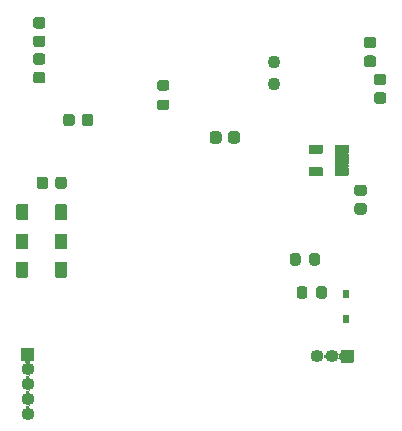
<source format=gbr>
G04 #@! TF.GenerationSoftware,KiCad,Pcbnew,5.1.8-1.fc33*
G04 #@! TF.CreationDate,2020-12-23T22:24:45+01:00*
G04 #@! TF.ProjectId,venom,76656e6f-6d2e-46b6-9963-61645f706362,rev?*
G04 #@! TF.SameCoordinates,Original*
G04 #@! TF.FileFunction,Soldermask,Bot*
G04 #@! TF.FilePolarity,Negative*
%FSLAX46Y46*%
G04 Gerber Fmt 4.6, Leading zero omitted, Abs format (unit mm)*
G04 Created by KiCad (PCBNEW 5.1.8-1.fc33) date 2020-12-23 22:24:45*
%MOMM*%
%LPD*%
G01*
G04 APERTURE LIST*
%ADD10C,1.102000*%
%ADD11O,1.102000X1.102000*%
%ADD12C,0.100000*%
G04 APERTURE END LIST*
D10*
X167894000Y-109728000D03*
X167894000Y-107828000D03*
G36*
G01*
X147774000Y-118361750D02*
X147774000Y-117798250D01*
G75*
G02*
X148018250Y-117554000I244250J0D01*
G01*
X148506750Y-117554000D01*
G75*
G02*
X148751000Y-117798250I0J-244250D01*
G01*
X148751000Y-118361750D01*
G75*
G02*
X148506750Y-118606000I-244250J0D01*
G01*
X148018250Y-118606000D01*
G75*
G02*
X147774000Y-118361750I0J244250D01*
G01*
G37*
G36*
G01*
X149349000Y-118361750D02*
X149349000Y-117798250D01*
G75*
G02*
X149593250Y-117554000I244250J0D01*
G01*
X150081750Y-117554000D01*
G75*
G02*
X150326000Y-117798250I0J-244250D01*
G01*
X150326000Y-118361750D01*
G75*
G02*
X150081750Y-118606000I-244250J0D01*
G01*
X149593250Y-118606000D01*
G75*
G02*
X149349000Y-118361750I0J244250D01*
G01*
G37*
G36*
G01*
X146039000Y-123670000D02*
X146039000Y-122470000D01*
G75*
G02*
X146090000Y-122419000I51000J0D01*
G01*
X146990000Y-122419000D01*
G75*
G02*
X147041000Y-122470000I0J-51000D01*
G01*
X147041000Y-123670000D01*
G75*
G02*
X146990000Y-123721000I-51000J0D01*
G01*
X146090000Y-123721000D01*
G75*
G02*
X146039000Y-123670000I0J51000D01*
G01*
G37*
G36*
G01*
X149339000Y-123670000D02*
X149339000Y-122470000D01*
G75*
G02*
X149390000Y-122419000I51000J0D01*
G01*
X150290000Y-122419000D01*
G75*
G02*
X150341000Y-122470000I0J-51000D01*
G01*
X150341000Y-123670000D01*
G75*
G02*
X150290000Y-123721000I-51000J0D01*
G01*
X149390000Y-123721000D01*
G75*
G02*
X149339000Y-123670000I0J51000D01*
G01*
G37*
G36*
G01*
X147041000Y-124850000D02*
X147041000Y-126050000D01*
G75*
G02*
X146990000Y-126101000I-51000J0D01*
G01*
X146090000Y-126101000D01*
G75*
G02*
X146039000Y-126050000I0J51000D01*
G01*
X146039000Y-124850000D01*
G75*
G02*
X146090000Y-124799000I51000J0D01*
G01*
X146990000Y-124799000D01*
G75*
G02*
X147041000Y-124850000I0J-51000D01*
G01*
G37*
G36*
G01*
X150341000Y-124850000D02*
X150341000Y-126050000D01*
G75*
G02*
X150290000Y-126101000I-51000J0D01*
G01*
X149390000Y-126101000D01*
G75*
G02*
X149339000Y-126050000I0J51000D01*
G01*
X149339000Y-124850000D01*
G75*
G02*
X149390000Y-124799000I51000J0D01*
G01*
X150290000Y-124799000D01*
G75*
G02*
X150341000Y-124850000I0J-51000D01*
G01*
G37*
G36*
G01*
X146049000Y-121160000D02*
X146049000Y-119960000D01*
G75*
G02*
X146100000Y-119909000I51000J0D01*
G01*
X147000000Y-119909000D01*
G75*
G02*
X147051000Y-119960000I0J-51000D01*
G01*
X147051000Y-121160000D01*
G75*
G02*
X147000000Y-121211000I-51000J0D01*
G01*
X146100000Y-121211000D01*
G75*
G02*
X146049000Y-121160000I0J51000D01*
G01*
G37*
G36*
G01*
X149349000Y-121160000D02*
X149349000Y-119960000D01*
G75*
G02*
X149400000Y-119909000I51000J0D01*
G01*
X150300000Y-119909000D01*
G75*
G02*
X150351000Y-119960000I0J-51000D01*
G01*
X150351000Y-121160000D01*
G75*
G02*
X150300000Y-121211000I-51000J0D01*
G01*
X149400000Y-121211000D01*
G75*
G02*
X149349000Y-121160000I0J51000D01*
G01*
G37*
G36*
G01*
X147718250Y-105619000D02*
X148281750Y-105619000D01*
G75*
G02*
X148526000Y-105863250I0J-244250D01*
G01*
X148526000Y-106351750D01*
G75*
G02*
X148281750Y-106596000I-244250J0D01*
G01*
X147718250Y-106596000D01*
G75*
G02*
X147474000Y-106351750I0J244250D01*
G01*
X147474000Y-105863250D01*
G75*
G02*
X147718250Y-105619000I244250J0D01*
G01*
G37*
G36*
G01*
X147718250Y-104044000D02*
X148281750Y-104044000D01*
G75*
G02*
X148526000Y-104288250I0J-244250D01*
G01*
X148526000Y-104776750D01*
G75*
G02*
X148281750Y-105021000I-244250J0D01*
G01*
X147718250Y-105021000D01*
G75*
G02*
X147474000Y-104776750I0J244250D01*
G01*
X147474000Y-104288250D01*
G75*
G02*
X147718250Y-104044000I244250J0D01*
G01*
G37*
G36*
G01*
X147718250Y-107104000D02*
X148281750Y-107104000D01*
G75*
G02*
X148526000Y-107348250I0J-244250D01*
G01*
X148526000Y-107836750D01*
G75*
G02*
X148281750Y-108081000I-244250J0D01*
G01*
X147718250Y-108081000D01*
G75*
G02*
X147474000Y-107836750I0J244250D01*
G01*
X147474000Y-107348250D01*
G75*
G02*
X147718250Y-107104000I244250J0D01*
G01*
G37*
G36*
G01*
X147718250Y-108679000D02*
X148281750Y-108679000D01*
G75*
G02*
X148526000Y-108923250I0J-244250D01*
G01*
X148526000Y-109411750D01*
G75*
G02*
X148281750Y-109656000I-244250J0D01*
G01*
X147718250Y-109656000D01*
G75*
G02*
X147474000Y-109411750I0J244250D01*
G01*
X147474000Y-108923250D01*
G75*
G02*
X147718250Y-108679000I244250J0D01*
G01*
G37*
G36*
G01*
X176578250Y-110419000D02*
X177141750Y-110419000D01*
G75*
G02*
X177386000Y-110663250I0J-244250D01*
G01*
X177386000Y-111151750D01*
G75*
G02*
X177141750Y-111396000I-244250J0D01*
G01*
X176578250Y-111396000D01*
G75*
G02*
X176334000Y-111151750I0J244250D01*
G01*
X176334000Y-110663250D01*
G75*
G02*
X176578250Y-110419000I244250J0D01*
G01*
G37*
G36*
G01*
X176578250Y-108844000D02*
X177141750Y-108844000D01*
G75*
G02*
X177386000Y-109088250I0J-244250D01*
G01*
X177386000Y-109576750D01*
G75*
G02*
X177141750Y-109821000I-244250J0D01*
G01*
X176578250Y-109821000D01*
G75*
G02*
X176334000Y-109576750I0J244250D01*
G01*
X176334000Y-109088250D01*
G75*
G02*
X176578250Y-108844000I244250J0D01*
G01*
G37*
G36*
G01*
X174918250Y-118224000D02*
X175481750Y-118224000D01*
G75*
G02*
X175726000Y-118468250I0J-244250D01*
G01*
X175726000Y-118956750D01*
G75*
G02*
X175481750Y-119201000I-244250J0D01*
G01*
X174918250Y-119201000D01*
G75*
G02*
X174674000Y-118956750I0J244250D01*
G01*
X174674000Y-118468250D01*
G75*
G02*
X174918250Y-118224000I244250J0D01*
G01*
G37*
G36*
G01*
X174918250Y-119799000D02*
X175481750Y-119799000D01*
G75*
G02*
X175726000Y-120043250I0J-244250D01*
G01*
X175726000Y-120531750D01*
G75*
G02*
X175481750Y-120776000I-244250J0D01*
G01*
X174918250Y-120776000D01*
G75*
G02*
X174674000Y-120531750I0J244250D01*
G01*
X174674000Y-120043250D01*
G75*
G02*
X174918250Y-119799000I244250J0D01*
G01*
G37*
G36*
G01*
X176281750Y-108276000D02*
X175718250Y-108276000D01*
G75*
G02*
X175474000Y-108031750I0J244250D01*
G01*
X175474000Y-107543250D01*
G75*
G02*
X175718250Y-107299000I244250J0D01*
G01*
X176281750Y-107299000D01*
G75*
G02*
X176526000Y-107543250I0J-244250D01*
G01*
X176526000Y-108031750D01*
G75*
G02*
X176281750Y-108276000I-244250J0D01*
G01*
G37*
G36*
G01*
X176281750Y-106701000D02*
X175718250Y-106701000D01*
G75*
G02*
X175474000Y-106456750I0J244250D01*
G01*
X175474000Y-105968250D01*
G75*
G02*
X175718250Y-105724000I244250J0D01*
G01*
X176281750Y-105724000D01*
G75*
G02*
X176526000Y-105968250I0J-244250D01*
G01*
X176526000Y-106456750D01*
G75*
G02*
X176281750Y-106701000I-244250J0D01*
G01*
G37*
G36*
G01*
X152566000Y-112478250D02*
X152566000Y-113041750D01*
G75*
G02*
X152321750Y-113286000I-244250J0D01*
G01*
X151833250Y-113286000D01*
G75*
G02*
X151589000Y-113041750I0J244250D01*
G01*
X151589000Y-112478250D01*
G75*
G02*
X151833250Y-112234000I244250J0D01*
G01*
X152321750Y-112234000D01*
G75*
G02*
X152566000Y-112478250I0J-244250D01*
G01*
G37*
G36*
G01*
X150991000Y-112478250D02*
X150991000Y-113041750D01*
G75*
G02*
X150746750Y-113286000I-244250J0D01*
G01*
X150258250Y-113286000D01*
G75*
G02*
X150014000Y-113041750I0J244250D01*
G01*
X150014000Y-112478250D01*
G75*
G02*
X150258250Y-112234000I244250J0D01*
G01*
X150746750Y-112234000D01*
G75*
G02*
X150991000Y-112478250I0J-244250D01*
G01*
G37*
G36*
G01*
X146461660Y-133093080D02*
X146461660Y-132093080D01*
G75*
G02*
X146512660Y-132042080I51000J0D01*
G01*
X147512660Y-132042080D01*
G75*
G02*
X147563660Y-132093080I0J-51000D01*
G01*
X147563660Y-133093080D01*
G75*
G02*
X147512660Y-133144080I-51000J0D01*
G01*
X146512660Y-133144080D01*
G75*
G02*
X146461660Y-133093080I0J51000D01*
G01*
G37*
D11*
X147012660Y-133863080D03*
X147012660Y-135133080D03*
X147012660Y-136403080D03*
X147012660Y-137673080D03*
G36*
G01*
X162434620Y-114514540D02*
X162434620Y-113963540D01*
G75*
G02*
X162685120Y-113713040I250500J0D01*
G01*
X163186120Y-113713040D01*
G75*
G02*
X163436620Y-113963540I0J-250500D01*
G01*
X163436620Y-114514540D01*
G75*
G02*
X163186120Y-114765040I-250500J0D01*
G01*
X162685120Y-114765040D01*
G75*
G02*
X162434620Y-114514540I0J250500D01*
G01*
G37*
G36*
G01*
X163984620Y-114514540D02*
X163984620Y-113963540D01*
G75*
G02*
X164235120Y-113713040I250500J0D01*
G01*
X164736120Y-113713040D01*
G75*
G02*
X164986620Y-113963540I0J-250500D01*
G01*
X164986620Y-114514540D01*
G75*
G02*
X164736120Y-114765040I-250500J0D01*
G01*
X164235120Y-114765040D01*
G75*
G02*
X163984620Y-114514540I0J250500D01*
G01*
G37*
G36*
G01*
X173757380Y-127140780D02*
X174207380Y-127140780D01*
G75*
G02*
X174258380Y-127191780I0J-51000D01*
G01*
X174258380Y-127791780D01*
G75*
G02*
X174207380Y-127842780I-51000J0D01*
G01*
X173757380Y-127842780D01*
G75*
G02*
X173706380Y-127791780I0J51000D01*
G01*
X173706380Y-127191780D01*
G75*
G02*
X173757380Y-127140780I51000J0D01*
G01*
G37*
G36*
G01*
X173757380Y-129240780D02*
X174207380Y-129240780D01*
G75*
G02*
X174258380Y-129291780I0J-51000D01*
G01*
X174258380Y-129891780D01*
G75*
G02*
X174207380Y-129942780I-51000J0D01*
G01*
X173757380Y-129942780D01*
G75*
G02*
X173706380Y-129891780I0J51000D01*
G01*
X173706380Y-129291780D01*
G75*
G02*
X173757380Y-129240780I51000J0D01*
G01*
G37*
G36*
G01*
X170705160Y-127062720D02*
X170705160Y-127663720D01*
G75*
G02*
X170479660Y-127889220I-225500J0D01*
G01*
X170028660Y-127889220D01*
G75*
G02*
X169803160Y-127663720I0J225500D01*
G01*
X169803160Y-127062720D01*
G75*
G02*
X170028660Y-126837220I225500J0D01*
G01*
X170479660Y-126837220D01*
G75*
G02*
X170705160Y-127062720I0J-225500D01*
G01*
G37*
G36*
G01*
X172355160Y-127062720D02*
X172355160Y-127663720D01*
G75*
G02*
X172129660Y-127889220I-225500J0D01*
G01*
X171678660Y-127889220D01*
G75*
G02*
X171453160Y-127663720I0J225500D01*
G01*
X171453160Y-127062720D01*
G75*
G02*
X171678660Y-126837220I225500J0D01*
G01*
X172129660Y-126837220D01*
G75*
G02*
X172355160Y-127062720I0J-225500D01*
G01*
G37*
G36*
G01*
X169218960Y-124859560D02*
X169218960Y-124258560D01*
G75*
G02*
X169444460Y-124033060I225500J0D01*
G01*
X169895460Y-124033060D01*
G75*
G02*
X170120960Y-124258560I0J-225500D01*
G01*
X170120960Y-124859560D01*
G75*
G02*
X169895460Y-125085060I-225500J0D01*
G01*
X169444460Y-125085060D01*
G75*
G02*
X169218960Y-124859560I0J225500D01*
G01*
G37*
G36*
G01*
X170868960Y-124859560D02*
X170868960Y-124258560D01*
G75*
G02*
X171094460Y-124033060I225500J0D01*
G01*
X171545460Y-124033060D01*
G75*
G02*
X171770960Y-124258560I0J-225500D01*
G01*
X171770960Y-124859560D01*
G75*
G02*
X171545460Y-125085060I-225500J0D01*
G01*
X171094460Y-125085060D01*
G75*
G02*
X170868960Y-124859560I0J225500D01*
G01*
G37*
G36*
G01*
X173568740Y-132219880D02*
X174568740Y-132219880D01*
G75*
G02*
X174619740Y-132270880I0J-51000D01*
G01*
X174619740Y-133270880D01*
G75*
G02*
X174568740Y-133321880I-51000J0D01*
G01*
X173568740Y-133321880D01*
G75*
G02*
X173517740Y-133270880I0J51000D01*
G01*
X173517740Y-132270880D01*
G75*
G02*
X173568740Y-132219880I51000J0D01*
G01*
G37*
X172798740Y-132770880D03*
X171528740Y-132770880D03*
G36*
G01*
X158195500Y-109376560D02*
X158796500Y-109376560D01*
G75*
G02*
X159022000Y-109602060I0J-225500D01*
G01*
X159022000Y-110053060D01*
G75*
G02*
X158796500Y-110278560I-225500J0D01*
G01*
X158195500Y-110278560D01*
G75*
G02*
X157970000Y-110053060I0J225500D01*
G01*
X157970000Y-109602060D01*
G75*
G02*
X158195500Y-109376560I225500J0D01*
G01*
G37*
G36*
G01*
X158195500Y-111026560D02*
X158796500Y-111026560D01*
G75*
G02*
X159022000Y-111252060I0J-225500D01*
G01*
X159022000Y-111703060D01*
G75*
G02*
X158796500Y-111928560I-225500J0D01*
G01*
X158195500Y-111928560D01*
G75*
G02*
X157970000Y-111703060I0J225500D01*
G01*
X157970000Y-111252060D01*
G75*
G02*
X158195500Y-111026560I225500J0D01*
G01*
G37*
G36*
G01*
X174190180Y-114902059D02*
X174190180Y-115552061D01*
G75*
G02*
X174139181Y-115603060I-50999J0D01*
G01*
X173079179Y-115603060D01*
G75*
G02*
X173028180Y-115552061I0J50999D01*
G01*
X173028180Y-114902059D01*
G75*
G02*
X173079179Y-114851060I50999J0D01*
G01*
X174139181Y-114851060D01*
G75*
G02*
X174190180Y-114902059I0J-50999D01*
G01*
G37*
G36*
G01*
X174190180Y-115852059D02*
X174190180Y-116502061D01*
G75*
G02*
X174139181Y-116553060I-50999J0D01*
G01*
X173079179Y-116553060D01*
G75*
G02*
X173028180Y-116502061I0J50999D01*
G01*
X173028180Y-115852059D01*
G75*
G02*
X173079179Y-115801060I50999J0D01*
G01*
X174139181Y-115801060D01*
G75*
G02*
X174190180Y-115852059I0J-50999D01*
G01*
G37*
G36*
G01*
X174190180Y-116802059D02*
X174190180Y-117452061D01*
G75*
G02*
X174139181Y-117503060I-50999J0D01*
G01*
X173079179Y-117503060D01*
G75*
G02*
X173028180Y-117452061I0J50999D01*
G01*
X173028180Y-116802059D01*
G75*
G02*
X173079179Y-116751060I50999J0D01*
G01*
X174139181Y-116751060D01*
G75*
G02*
X174190180Y-116802059I0J-50999D01*
G01*
G37*
G36*
G01*
X171990180Y-116802059D02*
X171990180Y-117452061D01*
G75*
G02*
X171939181Y-117503060I-50999J0D01*
G01*
X170879179Y-117503060D01*
G75*
G02*
X170828180Y-117452061I0J50999D01*
G01*
X170828180Y-116802059D01*
G75*
G02*
X170879179Y-116751060I50999J0D01*
G01*
X171939181Y-116751060D01*
G75*
G02*
X171990180Y-116802059I0J-50999D01*
G01*
G37*
G36*
G01*
X171990180Y-114902059D02*
X171990180Y-115552061D01*
G75*
G02*
X171939181Y-115603060I-50999J0D01*
G01*
X170879179Y-115603060D01*
G75*
G02*
X170828180Y-115552061I0J50999D01*
G01*
X170828180Y-114902059D01*
G75*
G02*
X170879179Y-114851060I50999J0D01*
G01*
X171939181Y-114851060D01*
G75*
G02*
X171990180Y-114902059I0J-50999D01*
G01*
G37*
D12*
G36*
X147185566Y-136923904D02*
G01*
X147186331Y-136925752D01*
X147185291Y-136927255D01*
X147169269Y-136935818D01*
X147150632Y-136951113D01*
X147135337Y-136969750D01*
X147123972Y-136991014D01*
X147116972Y-137014089D01*
X147114609Y-137038080D01*
X147116972Y-137062071D01*
X147123972Y-137085146D01*
X147135337Y-137106410D01*
X147150632Y-137125047D01*
X147169269Y-137140342D01*
X147185291Y-137148905D01*
X147186347Y-137150604D01*
X147185404Y-137152367D01*
X147183583Y-137152517D01*
X147172025Y-137147730D01*
X147066468Y-137126733D01*
X146958852Y-137126733D01*
X146853295Y-137147730D01*
X146841737Y-137152517D01*
X146839754Y-137152256D01*
X146838989Y-137150408D01*
X146840029Y-137148905D01*
X146856051Y-137140342D01*
X146874688Y-137125047D01*
X146889983Y-137106410D01*
X146901348Y-137085146D01*
X146908348Y-137062071D01*
X146910711Y-137038080D01*
X146908348Y-137014089D01*
X146901348Y-136991014D01*
X146889983Y-136969750D01*
X146874688Y-136951113D01*
X146856051Y-136935818D01*
X146840029Y-136927255D01*
X146838973Y-136925556D01*
X146839916Y-136923793D01*
X146841737Y-136923643D01*
X146853295Y-136928430D01*
X146958852Y-136949427D01*
X147066468Y-136949427D01*
X147172025Y-136928430D01*
X147183583Y-136923643D01*
X147185566Y-136923904D01*
G37*
G36*
X147185566Y-135653904D02*
G01*
X147186331Y-135655752D01*
X147185291Y-135657255D01*
X147169269Y-135665818D01*
X147150632Y-135681113D01*
X147135337Y-135699750D01*
X147123972Y-135721014D01*
X147116972Y-135744089D01*
X147114609Y-135768080D01*
X147116972Y-135792071D01*
X147123972Y-135815146D01*
X147135337Y-135836410D01*
X147150632Y-135855047D01*
X147169269Y-135870342D01*
X147185291Y-135878905D01*
X147186347Y-135880604D01*
X147185404Y-135882367D01*
X147183583Y-135882517D01*
X147172025Y-135877730D01*
X147066468Y-135856733D01*
X146958852Y-135856733D01*
X146853295Y-135877730D01*
X146841737Y-135882517D01*
X146839754Y-135882256D01*
X146838989Y-135880408D01*
X146840029Y-135878905D01*
X146856051Y-135870342D01*
X146874688Y-135855047D01*
X146889983Y-135836410D01*
X146901348Y-135815146D01*
X146908348Y-135792071D01*
X146910711Y-135768080D01*
X146908348Y-135744089D01*
X146901348Y-135721014D01*
X146889983Y-135699750D01*
X146874688Y-135681113D01*
X146856051Y-135665818D01*
X146840029Y-135657255D01*
X146838973Y-135655556D01*
X146839916Y-135653793D01*
X146841737Y-135653643D01*
X146853295Y-135658430D01*
X146958852Y-135679427D01*
X147066468Y-135679427D01*
X147172025Y-135658430D01*
X147183583Y-135653643D01*
X147185566Y-135653904D01*
G37*
G36*
X147185566Y-134383904D02*
G01*
X147186331Y-134385752D01*
X147185291Y-134387255D01*
X147169269Y-134395818D01*
X147150632Y-134411113D01*
X147135337Y-134429750D01*
X147123972Y-134451014D01*
X147116972Y-134474089D01*
X147114609Y-134498080D01*
X147116972Y-134522071D01*
X147123972Y-134545146D01*
X147135337Y-134566410D01*
X147150632Y-134585047D01*
X147169269Y-134600342D01*
X147185291Y-134608905D01*
X147186347Y-134610604D01*
X147185404Y-134612367D01*
X147183583Y-134612517D01*
X147172025Y-134607730D01*
X147066468Y-134586733D01*
X146958852Y-134586733D01*
X146853295Y-134607730D01*
X146841737Y-134612517D01*
X146839754Y-134612256D01*
X146838989Y-134610408D01*
X146840029Y-134608905D01*
X146856051Y-134600342D01*
X146874688Y-134585047D01*
X146889983Y-134566410D01*
X146901348Y-134545146D01*
X146908348Y-134522071D01*
X146910711Y-134498080D01*
X146908348Y-134474089D01*
X146901348Y-134451014D01*
X146889983Y-134429750D01*
X146874688Y-134411113D01*
X146856051Y-134395818D01*
X146840029Y-134387255D01*
X146838973Y-134385556D01*
X146839916Y-134383793D01*
X146841737Y-134383643D01*
X146853295Y-134388430D01*
X146958852Y-134409427D01*
X147066468Y-134409427D01*
X147172025Y-134388430D01*
X147183583Y-134383643D01*
X147185566Y-134383904D01*
G37*
G36*
X147336314Y-133143080D02*
G01*
X147336314Y-133145080D01*
X147334778Y-133146070D01*
X147310591Y-133148452D01*
X147287516Y-133155452D01*
X147266252Y-133166817D01*
X147247615Y-133182112D01*
X147232320Y-133200749D01*
X147220955Y-133222013D01*
X147213955Y-133245088D01*
X147211592Y-133269078D01*
X147213955Y-133293070D01*
X147220955Y-133316145D01*
X147232320Y-133337409D01*
X147247615Y-133356046D01*
X147266330Y-133371404D01*
X147270658Y-133374296D01*
X147271543Y-133376090D01*
X147270432Y-133377753D01*
X147268782Y-133377807D01*
X147172025Y-133337730D01*
X147066468Y-133316733D01*
X146958852Y-133316733D01*
X146853295Y-133337730D01*
X146756538Y-133377807D01*
X146754555Y-133377546D01*
X146753790Y-133375698D01*
X146754662Y-133374296D01*
X146758990Y-133371404D01*
X146777705Y-133356045D01*
X146793000Y-133337408D01*
X146804365Y-133316145D01*
X146811365Y-133293070D01*
X146813728Y-133269078D01*
X146811365Y-133245087D01*
X146804365Y-133222012D01*
X146793000Y-133200749D01*
X146777704Y-133182112D01*
X146759067Y-133166817D01*
X146737804Y-133155452D01*
X146714729Y-133148452D01*
X146690542Y-133146070D01*
X146688916Y-133144905D01*
X146689112Y-133142915D01*
X146690738Y-133142080D01*
X147334582Y-133142080D01*
X147336314Y-133143080D01*
G37*
G36*
X173518905Y-132447332D02*
G01*
X173519740Y-132448958D01*
X173519740Y-133092802D01*
X173518740Y-133094534D01*
X173516740Y-133094534D01*
X173515750Y-133092998D01*
X173513368Y-133068811D01*
X173506368Y-133045736D01*
X173495003Y-133024472D01*
X173479708Y-133005835D01*
X173461071Y-132990540D01*
X173439807Y-132979175D01*
X173416732Y-132972175D01*
X173392741Y-132969812D01*
X173368750Y-132972175D01*
X173345675Y-132979175D01*
X173324411Y-132990540D01*
X173305774Y-133005835D01*
X173290416Y-133024550D01*
X173287524Y-133028878D01*
X173285730Y-133029763D01*
X173284067Y-133028652D01*
X173284013Y-133027002D01*
X173324090Y-132930245D01*
X173345087Y-132824688D01*
X173345087Y-132717072D01*
X173324090Y-132611515D01*
X173284013Y-132514758D01*
X173284274Y-132512775D01*
X173286122Y-132512010D01*
X173287524Y-132512882D01*
X173290416Y-132517210D01*
X173305775Y-132535925D01*
X173324412Y-132551220D01*
X173345675Y-132562585D01*
X173368750Y-132569585D01*
X173392742Y-132571948D01*
X173416733Y-132569585D01*
X173439808Y-132562585D01*
X173461071Y-132551220D01*
X173479708Y-132535924D01*
X173495003Y-132517287D01*
X173506368Y-132496024D01*
X173513368Y-132472949D01*
X173515750Y-132448762D01*
X173516915Y-132447136D01*
X173518905Y-132447332D01*
G37*
G36*
X172278027Y-132598136D02*
G01*
X172278177Y-132599957D01*
X172273390Y-132611515D01*
X172252393Y-132717072D01*
X172252393Y-132824688D01*
X172273390Y-132930245D01*
X172278177Y-132941803D01*
X172277916Y-132943786D01*
X172276068Y-132944551D01*
X172274565Y-132943511D01*
X172266002Y-132927489D01*
X172250707Y-132908852D01*
X172232070Y-132893557D01*
X172210806Y-132882192D01*
X172187731Y-132875192D01*
X172163740Y-132872829D01*
X172139749Y-132875192D01*
X172116674Y-132882192D01*
X172095410Y-132893557D01*
X172076773Y-132908852D01*
X172061478Y-132927489D01*
X172052915Y-132943511D01*
X172051216Y-132944567D01*
X172049453Y-132943624D01*
X172049303Y-132941803D01*
X172054090Y-132930245D01*
X172075087Y-132824688D01*
X172075087Y-132717072D01*
X172054090Y-132611515D01*
X172049303Y-132599957D01*
X172049564Y-132597974D01*
X172051412Y-132597209D01*
X172052915Y-132598249D01*
X172061478Y-132614271D01*
X172076773Y-132632908D01*
X172095410Y-132648203D01*
X172116674Y-132659568D01*
X172139749Y-132666568D01*
X172163740Y-132668931D01*
X172187731Y-132666568D01*
X172210806Y-132659568D01*
X172232070Y-132648203D01*
X172250707Y-132632908D01*
X172266002Y-132614271D01*
X172274565Y-132598249D01*
X172276264Y-132597193D01*
X172278027Y-132598136D01*
G37*
G36*
X174191912Y-116552060D02*
G01*
X174192180Y-116553060D01*
X174192180Y-116751060D01*
X174191180Y-116752792D01*
X174190180Y-116753060D01*
X173028180Y-116753060D01*
X173026448Y-116752060D01*
X173026180Y-116751060D01*
X173026180Y-116553060D01*
X173027180Y-116551328D01*
X173028180Y-116551060D01*
X174190180Y-116551060D01*
X174191912Y-116552060D01*
G37*
G36*
X174191912Y-115602060D02*
G01*
X174192180Y-115603060D01*
X174192180Y-115801060D01*
X174191180Y-115802792D01*
X174190180Y-115803060D01*
X173028180Y-115803060D01*
X173026448Y-115802060D01*
X173026180Y-115801060D01*
X173026180Y-115603060D01*
X173027180Y-115601328D01*
X173028180Y-115601060D01*
X174190180Y-115601060D01*
X174191912Y-115602060D01*
G37*
M02*

</source>
